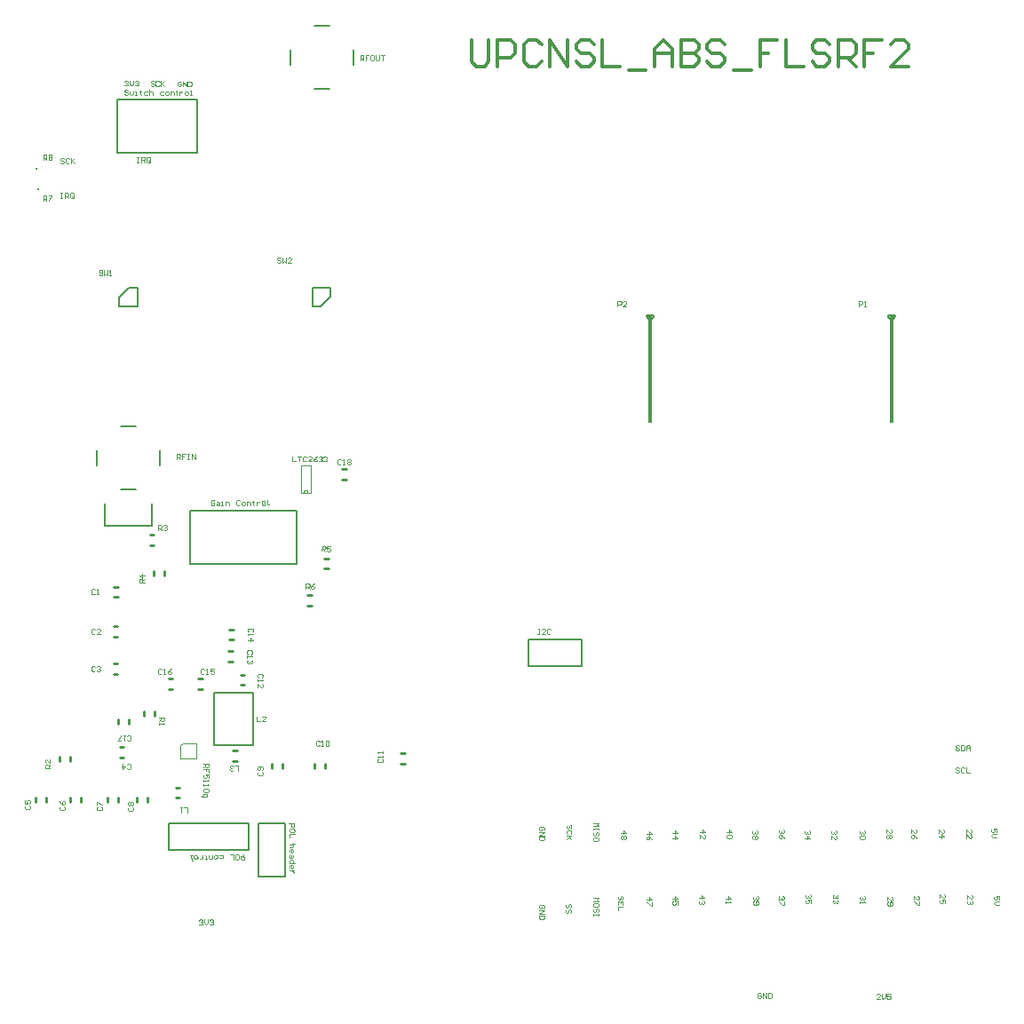
<source format=gto>
%FSDAX23Y23*%
%MOIN*%
%SFA1B1*%

%IPPOS*%
%ADD10C,0.010000*%
%ADD22C,0.007870*%
%ADD38C,0.003940*%
%ADD39C,0.004920*%
%ADD40C,0.011810*%
%LNupcnsl-abs-comms-rfpatest-v1.0-1*%
%LPD*%
G54D10*
X01329Y02078D02*
X01345D01*
X01329Y02118D02*
X01345D01*
X01199Y01606D02*
X01215D01*
X01199Y01645D02*
X01215D01*
X00474Y01676D02*
X00490D01*
X00474Y01637D02*
X00490D01*
X00472Y01529D02*
X00487D01*
X00472Y01490D02*
X00487D01*
X00472Y01387D02*
X00487D01*
X00472Y01348D02*
X00487D01*
X00496Y01036D02*
X00511D01*
X00496Y01075D02*
X00511D01*
X00178Y00869D02*
Y00885D01*
X00218Y00869D02*
Y00885D01*
X00309Y00870D02*
Y00886D01*
X00349Y00870D02*
Y00886D01*
X00450Y00870D02*
Y00886D01*
X00490Y00870D02*
Y00886D01*
X00559Y00870D02*
Y00886D01*
X00599Y00870D02*
Y00886D01*
X01067Y00996D02*
Y01012D01*
X01106Y00996D02*
Y01012D01*
X01226Y00995D02*
Y01011D01*
X01266Y00995D02*
Y01011D01*
X01550Y01011D02*
X01566D01*
X01550Y01051D02*
X01566D01*
X00948Y01307D02*
X00964D01*
X00948Y01346D02*
X00964D01*
X00906Y01477D02*
X00922D01*
X00906Y01516D02*
X00922D01*
X00904Y01436D02*
X00920D01*
X00904Y01396D02*
X00920D01*
X00791Y01332D02*
X00807D01*
X00791Y01293D02*
X00807D01*
X00678Y01292D02*
X00694D01*
X00678Y01331D02*
X00694D01*
X00626Y01193D02*
Y01209D01*
X00586Y01193D02*
Y01209D01*
X00705Y00884D02*
X00721D01*
X00705Y00923D02*
X00721D01*
X00921Y01063D02*
X00937D01*
X00921Y01023D02*
X00937D01*
X00490Y01161D02*
Y01177D01*
X00530Y01161D02*
Y01177D01*
X00309Y01023D02*
Y01039D01*
X00269Y01023D02*
Y01039D01*
X00608Y01833D02*
X00624D01*
X00608Y01872D02*
X00624D01*
X00662Y01718D02*
Y01734D01*
X00622Y01718D02*
Y01734D01*
X01263Y01783D02*
X01279D01*
X01263Y01744D02*
X01279D01*
G54D22*
X03380Y02694D02*
D01*
X03380Y02693*
X03380Y02692*
X03380Y02691*
X03380Y02690*
X03380Y02690*
X03381Y02689*
X03381Y02688*
X03382Y02687*
X03382Y02686*
X03383Y02686*
X03383Y02685*
X03384Y02685*
X03385Y02684*
X03385Y02683*
X03386Y02683*
X03387Y02683*
X03388Y02682*
X03388Y02682*
X03389Y02682*
X03390Y02681*
X03391Y02681*
X03392Y02681*
X03393*
X03394Y02681*
X03394Y02681*
X03395Y02682*
X03396Y02682*
X03397Y02682*
X03398Y02683*
X03398Y02683*
X03399Y02683*
X03400Y02684*
X03401Y02685*
X03401Y02685*
X03402Y02686*
X03402Y02686*
X03403Y02687*
X03403Y02688*
X03404Y02689*
X03404Y02690*
X03404Y02690*
X03404Y02691*
X03405Y02692*
X03405Y02693*
X03405Y02694*
X02474D02*
D01*
X02474Y02693*
X02474Y02692*
X02474Y02691*
X02475Y02690*
X02475Y02690*
X02475Y02689*
X02476Y02688*
X02476Y02687*
X02477Y02686*
X02477Y02686*
X02478Y02685*
X02478Y02685*
X02479Y02684*
X02480Y02683*
X02480Y02683*
X02481Y02683*
X02482Y02682*
X02483Y02682*
X02484Y02682*
X02485Y02681*
X02485Y02681*
X02486Y02681*
X02487*
X02488Y02681*
X02489Y02681*
X02490Y02682*
X02491Y02682*
X02491Y02682*
X02492Y02683*
X02493Y02683*
X02494Y02683*
X02494Y02684*
X02495Y02685*
X02496Y02685*
X02496Y02686*
X02497Y02686*
X02497Y02687*
X02498Y02688*
X02498Y02689*
X02498Y02690*
X02499Y02690*
X02499Y02691*
X02499Y02692*
X02499Y02693*
X02499Y02694*
X02030Y01378D02*
Y01478D01*
X02230*
Y01378D02*
Y01478D01*
X02030Y01378D02*
X02230D01*
X03380Y02694D02*
X03396D01*
X03389D02*
X03405D01*
X03389Y02294D02*
Y02694D01*
Y02294D02*
X03396D01*
Y02694*
X02474D02*
X02490D01*
X02483D02*
X02499D01*
X02483Y02294D02*
Y02694D01*
Y02294D02*
X02490D01*
Y02694*
X00498Y02043D02*
X00556D01*
X00498Y02279D02*
X00556D01*
X00409Y02132D02*
Y02190D01*
X00645Y02132D02*
Y02190D01*
X00438Y01905D02*
X00616D01*
X00438D02*
Y01990D01*
X00616Y01905D02*
Y01990D01*
X01225Y03782D02*
X01284D01*
X01225Y03546D02*
X01284D01*
X01373Y03635D02*
Y03693D01*
X01136Y03635D02*
Y03693D01*
X00758Y01761D02*
Y01961D01*
X01158Y01761D02*
Y01961D01*
X00758Y01761D02*
X01158D01*
X00758Y01961D02*
X01158D01*
X00851Y01083D02*
X00897D01*
X00851D02*
Y01278D01*
X00996*
Y01083D02*
Y01278D01*
X00897Y01083D02*
X00996D01*
X00679Y00688D02*
Y00788D01*
X00979*
Y00688D02*
Y00788D01*
X00679Y00688D02*
X00979D01*
X00493Y02761D02*
X00530Y02798D01*
X00562*
Y02729D02*
Y02798D01*
X00493Y02729D02*
X00562D01*
X00493D02*
Y02761D01*
X01250Y02729D02*
X01287Y02766D01*
X01219Y02729D02*
X01250D01*
X01219D02*
Y02798D01*
X01287*
Y02766D02*
Y02798D01*
X00593Y03306D02*
X00785D01*
X00485D02*
X00785D01*
X00485Y03506D02*
X00785D01*
X00485Y03306D02*
Y03506D01*
X00785Y03306D02*
Y03506D01*
X01116Y00588D02*
Y00788D01*
X01016D02*
X01116D01*
X01016Y00588D02*
Y00788D01*
Y00588D02*
X01116D01*
X00190Y03168D02*
Y03172D01*
X00182Y03245D02*
Y03249D01*
G54D38*
X01200Y02030D02*
D01*
X01200Y02031*
X01200Y02031*
X01200Y02031*
X01200Y02032*
X01200Y02032*
X01200Y02033*
X01200Y02033*
X01200Y02034*
X01200Y02034*
X01200Y02035*
X01199Y02035*
X01199Y02035*
X01199Y02036*
X01199Y02036*
X01198Y02037*
X01198Y02037*
X01198Y02037*
X01197Y02037*
X01197Y02038*
X01196Y02038*
X01196Y02038*
X01195Y02038*
X01195Y02038*
X01195Y02039*
X01194Y02039*
X01194Y02039*
X01193Y02039*
X01193Y02039*
X01192Y02039*
X01192Y02038*
X01191Y02038*
X01191Y02038*
X01191Y02038*
X01190Y02038*
X01190Y02038*
X01189Y02037*
X01189Y02037*
X01189Y02037*
X01188Y02036*
X01188Y02036*
X01188Y02036*
X01188Y02035*
X01187Y02035*
X01187Y02034*
X01187Y02034*
X01187Y02033*
X01187Y02033*
X01187Y02032*
X01187Y02032*
X01187Y02032*
X01187Y02031*
X01187Y02031*
X01187Y02030*
X01187Y02030*
X01175Y02030D02*
Y02132D01*
X01213*
Y02030D02*
Y02132D01*
X01188Y02030D02*
X01213D01*
X01175D02*
X01200D01*
X00783Y01031D02*
Y01090D01*
X00724Y01031D02*
X00783D01*
X00724D02*
Y01081D01*
X00733Y01090*
X00783*
G54D39*
X01327Y02152D02*
X01323Y02155D01*
X01317Y02155*
X01314Y02152*
X01313Y02139*
X01317Y02135*
X01323Y02135*
X01327Y02139*
X01333Y02135D02*
X01340Y02135D01*
X01336Y02135*
X01337Y02155*
X01333Y02152*
X01350Y02152D02*
X01353Y02155D01*
X01359Y02155*
X01363Y02151*
X01363Y02148*
X01359Y02145*
X01363Y02142*
X01363Y02138*
X01359Y02135*
X01353Y02135*
X01350Y02138*
X01350Y02142*
X01353Y02145*
X01350Y02148*
X01350Y02152*
X01353Y02145D02*
X01359Y02145D01*
X02065Y01518D02*
X02071Y01518D01*
X02068Y01518*
X02068Y01498*
X02064Y01499*
X02071Y01498*
X02094Y01498D02*
X02081Y01498D01*
X02094Y01511*
X02094Y01515*
X02091Y01518*
X02084Y01518*
X02081Y01515*
X02114Y01514D02*
X02111Y01518D01*
X02104Y01518*
X02101Y01515*
X02101Y01501*
X02104Y01498*
X02110Y01498*
X02114Y01501*
X03270Y02727D02*
Y02747D01*
X03280*
X03283Y02744*
Y02737*
X03280Y02734*
X03270*
X03290Y02727D02*
X03296D01*
X03293*
Y02747*
X03290Y02744*
X02364Y02727D02*
Y02747D01*
X02374*
X02378Y02744*
Y02737*
X02374Y02734*
X02364*
X02397Y02727D02*
X02384D01*
X02397Y02740*
Y02744*
X02394Y02747*
X02387*
X02384Y02744*
X01143Y02166D02*
Y02147D01*
X01156*
X01163Y02166D02*
X01176D01*
X01169*
Y02147*
X01196Y02163D02*
X01192Y02166D01*
X01186*
X01183Y02163*
Y02150*
X01186Y02147*
X01192*
X01196Y02150*
X01215Y02147D02*
X01202D01*
X01215Y02160*
Y02163*
X01212Y02166*
X01206*
X01202Y02163*
X01235Y02166D02*
X01228Y02163D01*
X01222Y02156*
Y02150*
X01225Y02147*
X01232*
X01235Y02150*
Y02153*
X01232Y02156*
X01222*
X01242Y02163D02*
X01245Y02166D01*
X01251*
X01255Y02163*
Y02160*
X01251Y02156*
X01248*
X01251*
X01255Y02153*
Y02150*
X01251Y02147*
X01245*
X01242Y02150*
X01261Y02163D02*
X01265Y02166D01*
X01271*
X01274Y02163*
Y02160*
X01271Y02156*
X01268*
X01271*
X01274Y02153*
Y02150*
X01271Y02147*
X01265*
X01261Y02150*
X00710Y02154D02*
Y02174D01*
X00720*
X00723Y02170*
Y02164*
X00720Y02161*
X00710*
X00717D02*
X00723Y02154D01*
X00743Y02174D02*
X00730D01*
Y02164*
X00736*
X00730*
Y02154*
X00749Y02174D02*
X00756D01*
X00753*
Y02154*
X00749*
X00756*
X00766D02*
Y02174D01*
X00779Y02154*
Y02174*
X01398Y03652D02*
Y03672D01*
X01408*
X01411Y03668*
Y03662*
X01408Y03659*
X01398*
X01405D02*
X01411Y03652D01*
X01431Y03672D02*
X01418D01*
Y03662*
X01424*
X01418*
Y03652*
X01447Y03672D02*
X01441D01*
X01437Y03668*
Y03655*
X01441Y03652*
X01447*
X01451Y03655*
Y03668*
X01447Y03672*
X01457D02*
Y03655D01*
X01460Y03652*
X01467*
X01470Y03655*
Y03672*
X01477D02*
X01490D01*
X01483*
Y03652*
X00403Y01664D02*
X00400Y01667D01*
X00394*
X00390Y01664*
Y01650*
X00394Y01647*
X00400*
X00403Y01650*
X00410Y01647D02*
X00416D01*
X00413*
Y01667*
X00410Y01664*
X00402Y01515D02*
X00399Y01518D01*
X00393*
X00389Y01515*
Y01502*
X00393Y01499*
X00399*
X00402Y01502*
X00422Y01499D02*
X00409D01*
X00422Y01512*
Y01515*
X00419Y01518*
X00412*
X00409Y01515*
X00404Y01374D02*
X00401Y01377D01*
X00395*
X00391Y01374*
Y01361*
X00395Y01358*
X00401*
X00404Y01361*
X00411Y01374D02*
X00414Y01377D01*
X00421*
X00424Y01374*
Y01371*
X00421Y01368*
X00417*
X00421*
X00424Y01364*
Y01361*
X00421Y01358*
X00414*
X00411Y01361*
X00524Y00995D02*
X00527Y00992D01*
X00534*
X00537Y00995*
Y01008*
X00534Y01011*
X00527*
X00524Y01008*
X00507Y01011D02*
Y00992D01*
X00517Y01001*
X00504*
X00144Y00854D02*
X00140Y00851D01*
Y00844*
X00144Y00841*
X00157*
X00160Y00844*
Y00851*
X00157Y00854*
X00140Y00874D02*
Y00861D01*
X00150*
X00147Y00867*
Y00871*
X00150Y00874*
X00157*
X00160Y00871*
Y00864*
X00157Y00861*
X00273Y00851D02*
X00270Y00848D01*
Y00841*
X00273Y00838*
X00287*
X00290Y00841*
Y00848*
X00287Y00851*
X00270Y00871D02*
X00273Y00864D01*
X00280Y00858*
X00287*
X00290Y00861*
Y00868*
X00287Y00871*
X00283*
X00280Y00868*
Y00858*
X00414Y00850D02*
X00411Y00847D01*
Y00840*
X00414Y00837*
X00427*
X00431Y00840*
Y00847*
X00427Y00850*
X00411Y00857D02*
Y00870D01*
X00414*
X00427Y00857*
X00431*
X00528Y00849D02*
X00525Y00846D01*
Y00839*
X00528Y00836*
X00542*
X00545Y00839*
Y00846*
X00542Y00849*
X00528Y00856D02*
X00525Y00859D01*
Y00866*
X00528Y00869*
X00532*
X00535Y00866*
X00538Y00869*
X00542*
X00545Y00866*
Y00859*
X00542Y00856*
X00538*
X00535Y00859*
X00532Y00856*
X00528*
X00535Y00859D02*
Y00866D01*
X01015Y00981D02*
X01012Y00978D01*
Y00971*
X01015Y00968*
X01029*
X01032Y00971*
Y00978*
X01029Y00981*
Y00988D02*
X01032Y00991D01*
Y00998*
X01029Y01001*
X01015*
X01012Y00998*
Y00991*
X01015Y00988*
X01019*
X01022Y00991*
Y01001*
X01245Y01095D02*
X01241Y01098D01*
X01235*
X01232Y01095*
Y01082*
X01235Y01079*
X01241*
X01245Y01082*
X01251Y01079D02*
X01258D01*
X01255*
Y01098*
X01251Y01095*
X01268D02*
X01271Y01098D01*
X01278*
X01281Y01095*
Y01082*
X01278Y01079*
X01271*
X01268Y01082*
Y01095*
X01466Y01030D02*
X01463Y01027D01*
Y01020*
X01466Y01017*
X01479*
X01483Y01020*
Y01027*
X01479Y01030*
X01483Y01036D02*
Y01043D01*
Y01040*
X01463*
X01466Y01036*
X01483Y01053D02*
Y01059D01*
Y01056*
X01463*
X01466Y01053*
X01030Y01334D02*
X01033Y01337D01*
X01033Y01343*
X01030Y01347*
X01017Y01347*
X01013Y01344*
X01013Y01337*
X01016Y01334*
X01013Y01327D02*
X01013Y01321D01*
X01013Y01324*
X01033Y01324*
X01029Y01327*
X01013Y01298D02*
X01013Y01311D01*
X01026Y01298*
X01029Y01298*
X01032Y01301*
X01032Y01307*
X01029Y01311*
X00988Y01423D02*
X00992Y01427D01*
Y01433*
X00988Y01437*
X00975*
X00972Y01433*
Y01427*
X00975Y01423*
X00972Y01417D02*
Y01410D01*
Y01414*
X00992*
X00988Y01417*
Y01400D02*
X00992Y01397D01*
Y01391*
X00988Y01387*
X00985*
X00982Y01391*
Y01394*
Y01391*
X00979Y01387*
X00975*
X00972Y01391*
Y01397*
X00975Y01400*
X00992Y01507D02*
X00996Y01510D01*
Y01517*
X00992Y01520*
X00979*
X00976Y01517*
Y01510*
X00979Y01507*
X00976Y01500D02*
Y01494D01*
Y01497*
X00996*
X00992Y01500*
X00976Y01474D02*
X00996D01*
X00986Y01484*
Y01471*
X00814Y01366D02*
X00811Y01370D01*
X00804*
X00801Y01366*
Y01353*
X00804Y01350*
X00811*
X00814Y01353*
X00820Y01350D02*
X00827D01*
X00824*
Y01370*
X00820Y01366*
X00850Y01370D02*
X00837D01*
Y01360*
X00843Y01363*
X00847*
X00850Y01360*
Y01353*
X00847Y01350*
X00840*
X00837Y01353*
X00652Y01366D02*
X00649Y01370D01*
X00643*
X00639Y01366*
Y01353*
X00643Y01350*
X00649*
X00652Y01353*
X00659Y01350D02*
X00666D01*
X00662*
Y01370*
X00659Y01366*
X00688Y01370D02*
X00682Y01366D01*
X00675Y01360*
Y01353*
X00679Y01350*
X00685*
X00688Y01353*
Y01356*
X00685Y01360*
X00675*
X00524Y01102D02*
X00527Y01099D01*
X00534*
X00537Y01102*
Y01115*
X00534Y01119*
X00527*
X00524Y01115*
X00517Y01119D02*
X00511D01*
X00514*
Y01099*
X00517Y01102*
X00501Y01099D02*
X00488D01*
Y01102*
X00501Y01115*
Y01119*
X00851Y01998D02*
X00848Y02002D01*
X00841Y02001*
X00838Y01998*
X00838Y01985*
X00841Y01982*
X00848Y01982*
X00851Y01985*
X00851Y01992*
X00845Y01992*
X00861Y01995D02*
X00867Y01995D01*
X00871Y01992*
X00871Y01982*
X00861Y01982*
X00858Y01985*
X00861Y01989*
X00871Y01989*
X00877Y01982D02*
X00884Y01982D01*
X00881Y01982*
X00881Y01995*
X00877Y01995*
X00894Y01982D02*
X00894Y01995D01*
X00904Y01995*
X00907Y01992*
X00907Y01982*
X00946Y01999D02*
X00943Y02002D01*
X00936Y02002*
X00933Y01999*
X00933Y01986*
X00936Y01983*
X00943Y01983*
X00946Y01986*
X00956Y01983D02*
X00963Y01983D01*
X00966Y01986*
X00966Y01993*
X00963Y01996*
X00956Y01996*
X00953Y01993*
X00953Y01986*
X00956Y01983*
X00973Y01983D02*
X00972Y01996D01*
X00982Y01996*
X00986Y01993*
X00986Y01983*
X00995Y01999D02*
X00995Y01996D01*
X00992Y01996*
X00999Y01996*
X00995Y01996*
X00995Y01986*
X00999Y01983*
X01009Y01996D02*
X01009Y01983D01*
X01009Y01990*
X01012Y01993*
X01015Y01996*
X01018Y01996*
X01032Y01983D02*
X01038Y01983D01*
X01041Y01987*
X01041Y01993*
X01038Y01997*
X01031Y01997*
X01028Y01993*
X01028Y01987*
X01032Y01983*
X01048Y01984D02*
X01055Y01984D01*
X01051Y01984*
X01051Y02003*
X01048Y02003*
X00749Y00829D02*
Y00849D01*
X00736*
X00729D02*
X00722D01*
X00726*
Y00829*
X00729Y00832*
X01011Y01190D02*
Y01171D01*
X01024*
X01044D02*
X01031D01*
X01044Y01184*
Y01187*
X01041Y01190*
X01034*
X01031Y01187*
X00941Y00985D02*
Y01004D01*
X00928*
X00922Y00988D02*
X00918Y00985D01*
X00912*
X00909Y00988*
Y00991*
X00912Y00995*
X00915*
X00912*
X00909Y00998*
Y01001*
X00912Y01004*
X00918*
X00922Y01001*
X00961Y00672D02*
X00962Y00652D01*
X00952Y00652*
X00948Y00655*
X00948Y00662*
X00951Y00665*
X00961Y00665*
X00932Y00651D02*
X00939Y00652D01*
X00942Y00655*
X00942Y00668*
X00938Y00671*
X00932Y00671*
X00928Y00668*
X00929Y00655*
X00932Y00651*
X00922Y00651D02*
X00922Y00671D01*
X00909Y00671*
X00870Y00657D02*
X00879Y00657D01*
X00883Y00660*
X00882Y00667*
X00879Y00670*
X00869Y00670*
X00859Y00670D02*
X00853Y00670D01*
X00850Y00666*
X00850Y00660*
X00853Y00656*
X00860Y00657*
X00863Y00660*
X00863Y00667*
X00859Y00670*
X00843Y00669D02*
X00843Y00656D01*
X00833Y00656*
X00830Y00659*
X00830Y00669*
X00820Y00653D02*
X00820Y00656D01*
X00824Y00656*
X00817Y00656*
X00820Y00656*
X00820Y00666*
X00817Y00669*
X00807Y00656D02*
X00807Y00669D01*
X00807Y00662*
X00804Y00659*
X00801Y00655*
X00797Y00655*
X00784Y00668D02*
X00777Y00668D01*
X00774Y00665*
X00774Y00658*
X00778Y00655*
X00784Y00655*
X00788Y00658*
X00787Y00665*
X00784Y00668*
X00768Y00668D02*
X00761Y00668D01*
X00764Y00668*
X00765Y00648*
X00768Y00648*
X00642Y01186D02*
X00662D01*
Y01176*
X00659Y01172*
X00652*
X00649Y01176*
Y01186*
Y01179D02*
X00642Y01172D01*
Y01166D02*
Y01159D01*
Y01163*
X00662*
X00659Y01166*
X00234Y00996D02*
X00215D01*
Y01005*
X00218Y01009*
X00225*
X00228Y01005*
Y00996*
Y01002D02*
X00234Y01009D01*
Y01028D02*
Y01015D01*
X00221Y01028*
X00218*
X00215Y01025*
Y01018*
X00218Y01015*
X00641Y01888D02*
Y01908D01*
X00651*
X00654Y01905*
Y01898*
X00651Y01895*
X00641*
X00648D02*
X00654Y01888D01*
X00661Y01905D02*
X00664Y01908D01*
X00671*
X00674Y01905*
Y01901*
X00671Y01898*
X00667*
X00671*
X00674Y01895*
Y01892*
X00671Y01888*
X00664*
X00661Y01892*
X00588Y01691D02*
X00568D01*
Y01701*
X00571Y01704*
X00578*
X00581Y01701*
Y01691*
Y01697D02*
X00588Y01704D01*
Y01720D02*
X00568D01*
X00578Y01710*
Y01724*
X00811Y01011D02*
X00830D01*
Y01001*
X00827Y00998*
X00820*
X00817Y01001*
Y01011*
Y01005D02*
X00811Y00998D01*
X00830Y00979D02*
Y00992D01*
X00820*
Y00985*
Y00992*
X00811*
X00830Y00959D02*
Y00972D01*
X00820*
X00824Y00965*
Y00962*
X00820Y00959*
X00814*
X00811Y00962*
Y00969*
X00814Y00972*
X00811Y00952D02*
Y00946D01*
Y00949*
X00830*
X00827Y00952*
X00811Y00936D02*
Y00929D01*
Y00933*
X00830*
X00827Y00936*
Y00919D02*
X00830Y00916D01*
Y00910*
X00827Y00906*
X00814*
X00811Y00910*
Y00916*
X00814Y00919*
X00827*
X00804Y00893D02*
Y00890D01*
X00807Y00887*
X00824*
Y00897*
X00820Y00900*
X00814*
X00811Y00897*
Y00887*
X00431Y02860D02*
X00428Y02864D01*
X00421*
X00418Y02860*
Y02857*
X00421Y02854*
X00428*
X00431Y02851*
Y02847*
X00428Y02844*
X00421*
X00418Y02847*
X00437Y02864D02*
Y02844D01*
X00444Y02851*
X00451Y02844*
Y02864*
X00457Y02844D02*
X00464D01*
X00460*
Y02864*
X00457Y02860*
X01099Y02909D02*
X01096Y02912D01*
X01089*
X01086Y02909*
Y02905*
X01089Y02902*
X01096*
X01099Y02899*
Y02896*
X01096Y02892*
X01089*
X01086Y02896*
X01106Y02912D02*
Y02892D01*
X01112Y02899*
X01119Y02892*
Y02912*
X01139Y02892D02*
X01125D01*
X01139Y02905*
Y02909*
X01135Y02912*
X01129*
X01125Y02909*
X00527Y03538D02*
X00524Y03542D01*
X00518Y03542*
X00514Y03539*
X00514Y03535*
X00518Y03532*
X00524Y03532*
X00527Y03529*
X00527Y03525*
X00524Y03522*
X00518Y03522*
X00514Y03525*
X00534Y03535D02*
X00534Y03525D01*
X00537Y03522*
X00541Y03525*
X00544Y03522*
X00547Y03525*
X00547Y03535*
X00554Y03522D02*
X00560Y03522D01*
X00557Y03522*
X00557Y03535*
X00554Y03535*
X00573Y03538D02*
X00573Y03535D01*
X00570Y03535*
X00577Y03535*
X00573Y03535*
X00573Y03525*
X00577Y03522*
X00600Y03535D02*
X00590Y03535D01*
X00586Y03532*
X00586Y03525*
X00590Y03522*
X00600Y03522*
X00606Y03541D02*
X00606Y03522D01*
X00606Y03531*
X00609Y03535*
X00616Y03535*
X00619Y03531*
X00619Y03522*
X00659Y03534D02*
X00649Y03534D01*
X00646Y03531*
X00645Y03525*
X00649Y03521*
X00659Y03521*
X00668Y03521D02*
X00675Y03521D01*
X00678Y03524*
X00678Y03531*
X00675Y03534*
X00668Y03534*
X00665Y03531*
X00665Y03525*
X00668Y03521*
X00685Y03521D02*
X00685Y03534D01*
X00695Y03534*
X00698Y03531*
X00698Y03521*
X00708Y03537D02*
X00708Y03534D01*
X00705Y03534*
X00711Y03534*
X00708Y03534*
X00708Y03524*
X00711Y03521*
X00721Y03534D02*
X00721Y03521D01*
X00721Y03527*
X00724Y03531*
X00728Y03534*
X00731Y03534*
X00744Y03521D02*
X00750Y03521D01*
X00754Y03524*
X00754Y03531*
X00750Y03534*
X00744Y03534*
X00741Y03531*
X00741Y03524*
X00744Y03521*
X00760Y03521D02*
X00767Y03521D01*
X00764Y03521*
X00764Y03540*
X00760Y03540*
X01131Y00789D02*
X01151Y00789D01*
X01151Y00779*
X01148Y00776*
X01141Y00776*
X01138Y00779*
X01138Y00789*
X01152Y00760D02*
X01151Y00766D01*
X01148Y00769*
X01135Y00769*
X01132Y00766*
X01132Y00759*
X01135Y00756*
X01148Y00756*
X01152Y00760*
X01152Y00750D02*
X01132Y00750D01*
X01132Y00736*
X01152Y00711D02*
X01133Y00710D01*
X01143Y00710*
X01146Y00707*
X01146Y00701*
X01143Y00697*
X01133Y00697*
X01133Y00681D02*
X01133Y00687D01*
X01136Y00691*
X01143Y00691*
X01146Y00687*
X01146Y00681*
X01143Y00678*
X01140Y00677*
X01140Y00691*
X01147Y00668D02*
X01147Y00661D01*
X01143Y00658*
X01134Y00658*
X01133Y00668*
X01137Y00671*
X01140Y00668*
X01140Y00658*
X01154Y00638D02*
X01134Y00638D01*
X01134Y00648*
X01137Y00651*
X01144Y00651*
X01147Y00648*
X01147Y00638*
X01134Y00622D02*
X01134Y00628D01*
X01137Y00632*
X01144Y00632*
X01147Y00628*
X01147Y00622*
X01144Y00619*
X01141Y00618*
X01141Y00632*
X01148Y00612D02*
X01134Y00612D01*
X01141Y00612*
X01144Y00609*
X01148Y00605*
X01148Y00602*
X01253Y01811D02*
X01255Y01830D01*
X01264Y01830*
X01268Y01826*
X01267Y01820*
X01264Y01816*
X01254Y01817*
X01260Y01817D02*
X01267Y01810D01*
X01287Y01828D02*
X01274Y01829D01*
X01274Y01819*
X01280Y01822*
X01284Y01822*
X01287Y01818*
X01286Y01812*
X01283Y01809*
X01276Y01809*
X01273Y01813*
X01194Y01669D02*
Y01688D01*
X01204*
X01208Y01685*
Y01679*
X01204Y01675*
X01194*
X01201D02*
X01208Y01669D01*
X01227Y01688D02*
X01221Y01685D01*
X01214Y01679*
Y01672*
X01217Y01669*
X01224*
X01227Y01672*
Y01675*
X01224Y01679*
X01214*
X00208Y03125D02*
Y03144D01*
X00218*
X00221Y03141*
Y03134*
X00218Y03131*
X00208*
X00215D02*
X00221Y03125D01*
X00228Y03144D02*
X00241D01*
Y03141*
X00228Y03128*
Y03125*
X00208Y03279D02*
Y03299D01*
X00218*
X00221Y03295*
Y03289*
X00218Y03286*
X00208*
X00215D02*
X00221Y03279D01*
X00228Y03295D02*
X00231Y03299D01*
X00238*
X00241Y03295*
Y03292*
X00238Y03289*
X00241Y03286*
Y03282*
X00238Y03279*
X00231*
X00228Y03282*
Y03286*
X00231Y03289*
X00228Y03292*
Y03295*
X00231Y03289D02*
X00238D01*
X03646Y01080D02*
X03643Y01083D01*
X03637*
X03633Y01080*
Y01077*
X03637Y01073*
X03643*
X03646Y01070*
Y01067*
X03643Y01063*
X03637*
X03633Y01067*
X03653Y01083D02*
Y01063D01*
X03663*
X03666Y01067*
Y01080*
X03663Y01083*
X03653*
X03673Y01063D02*
Y01077D01*
X03679Y01083*
X03686Y01077*
Y01063*
Y01073*
X03673*
X03646Y00994D02*
X03643Y00998D01*
X03637*
X03633Y00994*
Y00991*
X03637Y00988*
X03643*
X03646Y00984*
Y00981*
X03643Y00978*
X03637*
X03633Y00981*
X03666Y00994D02*
X03663Y00998D01*
X03656*
X03653Y00994*
Y00981*
X03656Y00978*
X03663*
X03666Y00981*
X03673Y00998D02*
Y00978D01*
X03686*
X00725Y03570D02*
X00722Y03573D01*
X00715*
X00712Y03570*
Y03557*
X00715Y03554*
X00722*
X00725Y03557*
Y03563*
X00719*
X00732Y03554D02*
Y03573D01*
X00745Y03554*
Y03573*
X00751D02*
Y03554D01*
X00761*
X00765Y03557*
Y03570*
X00761Y03573*
X00751*
X00514Y03573D02*
X00518Y03576D01*
X00524*
X00527Y03573*
Y03570*
X00524Y03566*
X00521*
X00524*
X00527Y03563*
Y03560*
X00524Y03557*
X00518*
X00514Y03560*
X00534Y03576D02*
Y03563D01*
X00541Y03557*
X00547Y03563*
Y03576*
X00554Y03573D02*
X00557Y03576D01*
X00563*
X00567Y03573*
Y03570*
X00563Y03566*
X00560*
X00563*
X00567Y03563*
Y03560*
X00563Y03557*
X00557*
X00554Y03560*
X00560Y03290D02*
X00566D01*
X00563*
Y03270*
X00560*
X00566*
X00576D02*
Y03290D01*
X00586*
X00589Y03287*
Y03280*
X00586Y03277*
X00576*
X00583D02*
X00589Y03270D01*
X00609Y03273D02*
Y03287D01*
X00605Y03290*
X00599*
X00596Y03287*
Y03273*
X00599Y03270*
X00605*
X00602Y03277D02*
X00609Y03270D01*
X00605D02*
X00609Y03273D01*
X00625Y03572D02*
X00622Y03575D01*
X00615*
X00612Y03572*
Y03569*
X00615Y03565*
X00622*
X00625Y03562*
Y03559*
X00622Y03556*
X00615*
X00612Y03559*
X00645Y03572D02*
X00641Y03575D01*
X00635*
X00631Y03572*
Y03559*
X00635Y03556*
X00641*
X00645Y03559*
X00651Y03575D02*
Y03556D01*
Y03562*
X00664Y03575*
X00654Y03565*
X00664Y03556*
X03787Y00755D02*
Y00768D01*
X03777*
X03780Y00762*
Y00758*
X03777Y00755*
X03771*
X03767Y00758*
Y00765*
X03771Y00768*
X03787Y00749D02*
X03774D01*
X03767Y00742*
X03774Y00735*
X03787*
X03795Y00501D02*
Y00514D01*
X03785*
X03788Y00508*
Y00504*
X03785Y00501*
X03778*
X03775Y00504*
Y00511*
X03778Y00514*
X03795Y00495D02*
X03782D01*
X03775Y00488*
X03782Y00481*
X03795*
X03673Y00753D02*
Y00766D01*
X03686Y00753*
X03689*
X03692Y00756*
Y00763*
X03689Y00766*
X03673Y00733D02*
Y00747D01*
X03686Y00733*
X03689*
X03692Y00737*
Y00743*
X03689Y00747*
X03677Y00504D02*
Y00517D01*
X03690Y00504*
X03693*
X03696Y00507*
Y00514*
X03693Y00517*
Y00498D02*
X03696Y00494D01*
Y00488*
X03693Y00484*
X03690*
X03687Y00488*
Y00491*
Y00488*
X03683Y00484*
X03680*
X03677Y00488*
Y00494*
X03680Y00498*
X03569Y00753D02*
Y00766D01*
X03583Y00753*
X03586*
X03589Y00756*
Y00763*
X03586Y00766*
X03569Y00737D02*
X03589D01*
X03579Y00747*
Y00733*
X03573Y00508D02*
Y00521D01*
X03586Y00508*
X03590*
X03593Y00511*
Y00518*
X03590Y00521*
X03593Y00488D02*
Y00501D01*
X03583*
X03586Y00495*
Y00492*
X03583Y00488*
X03577*
X03573Y00492*
Y00498*
X03577Y00501*
X03466Y00751D02*
Y00764D01*
X03479Y00751*
X03482*
X03486Y00754*
Y00761*
X03482Y00764*
X03486Y00731D02*
X03482Y00738D01*
X03476Y00745*
X03469*
X03466Y00741*
Y00735*
X03469Y00731*
X03473*
X03476Y00735*
Y00745*
X03475Y00502D02*
Y00515D01*
X03488Y00502*
X03491*
X03495Y00505*
Y00512*
X03491Y00515*
X03495Y00496D02*
Y00482D01*
X03491*
X03478Y00496*
X03475*
X03373Y00751D02*
Y00764D01*
X03386Y00751*
X03389*
X03392Y00754*
Y00761*
X03389Y00764*
Y00745D02*
X03392Y00741D01*
Y00735*
X03389Y00731*
X03386*
X03382Y00735*
X03379Y00731*
X03376*
X03373Y00735*
Y00741*
X03376Y00745*
X03379*
X03382Y00741*
X03386Y00745*
X03389*
X03382Y00741D02*
Y00735D01*
X03376Y00500D02*
Y00513D01*
X03390Y00500*
X03393*
X03396Y00503*
Y00510*
X03393Y00513*
X03380Y00494D02*
X03376Y00490D01*
Y00484*
X03380Y00480*
X03393*
X03396Y00484*
Y00490*
X03393Y00494*
X03390*
X03386Y00490*
Y00480*
X03289Y00761D02*
X03292Y00758D01*
Y00751*
X03289Y00748*
X03285*
X03282Y00751*
Y00755*
Y00751*
X03279Y00748*
X03275*
X03272Y00751*
Y00758*
X03275Y00761*
X03289Y00742D02*
X03292Y00738D01*
Y00732*
X03289Y00729*
X03275*
X03272Y00732*
Y00738*
X03275Y00742*
X03289*
Y00515D02*
X03292Y00512D01*
Y00505*
X03289Y00502*
X03285*
X03282Y00505*
Y00509*
Y00505*
X03279Y00502*
X03275*
X03272Y00505*
Y00512*
X03275Y00515*
X03272Y00496D02*
Y00489D01*
Y00492*
X03292*
X03289Y00496*
X03182Y00762D02*
X03186Y00759D01*
Y00752*
X03182Y00749*
X03179*
X03176Y00752*
Y00756*
Y00752*
X03172Y00749*
X03169*
X03166Y00752*
Y00759*
X03169Y00762*
X03166Y00730D02*
Y00743D01*
X03179Y00730*
X03182*
X03186Y00733*
Y00739*
X03182Y00743*
X03188Y00520D02*
X03191Y00517D01*
Y00510*
X03188Y00507*
X03185*
X03182Y00510*
Y00514*
Y00510*
X03178Y00507*
X03175*
X03172Y00510*
Y00517*
X03175Y00520*
X03188Y00500D02*
X03191Y00497D01*
Y00491*
X03188Y00487*
X03185*
X03182Y00491*
Y00494*
Y00491*
X03178Y00487*
X03175*
X03172Y00491*
Y00497*
X03175Y00500*
X03084Y00761D02*
X03087Y00758D01*
Y00751*
X03084Y00748*
X03081*
X03077Y00751*
Y00755*
Y00751*
X03074Y00748*
X03071*
X03067Y00751*
Y00758*
X03071Y00761*
X03067Y00732D02*
X03087D01*
X03077Y00742*
Y00729*
X03087Y00521D02*
X03090Y00518D01*
Y00511*
X03087Y00508*
X03083*
X03080Y00511*
Y00515*
Y00511*
X03077Y00508*
X03074*
X03070Y00511*
Y00518*
X03074Y00521*
X03090Y00488D02*
Y00501D01*
X03080*
X03083Y00495*
Y00492*
X03080Y00488*
X03074*
X03070Y00492*
Y00498*
X03074Y00501*
X02987Y00764D02*
X02991Y00761D01*
Y00754*
X02987Y00751*
X02984*
X02981Y00754*
Y00758*
Y00754*
X02978Y00751*
X02974*
X02971Y00754*
Y00761*
X02974Y00764*
X02991Y00731D02*
X02987Y00738D01*
X02981Y00745*
X02974*
X02971Y00741*
Y00735*
X02974Y00731*
X02978*
X02981Y00735*
Y00745*
X02984Y00514D02*
X02988Y00511D01*
Y00504*
X02984Y00501*
X02981*
X02978Y00504*
Y00508*
Y00504*
X02975Y00501*
X02971*
X02968Y00504*
Y00511*
X02971Y00514*
X02988Y00495D02*
Y00481D01*
X02984*
X02971Y00495*
X02968*
X02886Y00761D02*
X02889Y00758D01*
Y00751*
X02886Y00748*
X02883*
X02879Y00751*
Y00755*
Y00751*
X02876Y00748*
X02873*
X02870Y00751*
Y00758*
X02873Y00761*
X02886Y00742D02*
X02889Y00738D01*
Y00732*
X02886Y00729*
X02883*
X02879Y00732*
X02876Y00729*
X02873*
X02870Y00732*
Y00738*
X02873Y00742*
X02876*
X02879Y00738*
X02883Y00742*
X02886*
X02879Y00738D02*
Y00732D01*
X02890Y00516D02*
X02893Y00513D01*
Y00506*
X02890Y00503*
X02887*
X02883Y00506*
Y00510*
Y00506*
X02880Y00503*
X02877*
X02874Y00506*
Y00513*
X02877Y00516*
Y00497D02*
X02874Y00493D01*
Y00487*
X02877Y00483*
X02890*
X02893Y00487*
Y00493*
X02890Y00497*
X02887*
X02883Y00493*
Y00483*
X02772Y00754D02*
X02792D01*
X02782Y00764*
Y00751*
X02789Y00745D02*
X02792Y00741D01*
Y00735*
X02789Y00731*
X02775*
X02772Y00735*
Y00741*
X02775Y00745*
X02789*
X02770Y00505D02*
X02790D01*
X02780Y00515*
Y00502*
X02770Y00496D02*
Y00489D01*
Y00492*
X02790*
X02787Y00496*
X02673Y00754D02*
X02692D01*
X02683Y00764*
Y00751*
X02673Y00731D02*
Y00745D01*
X02686Y00731*
X02689*
X02692Y00735*
Y00741*
X02689Y00745*
X02670Y00508D02*
X02689D01*
X02680Y00518*
Y00505*
X02686Y00499D02*
X02689Y00495D01*
Y00489*
X02686Y00485*
X02683*
X02680Y00489*
Y00492*
Y00489*
X02676Y00485*
X02673*
X02670Y00489*
Y00495*
X02673Y00499*
X02570Y00751D02*
X02590D01*
X02580Y00761*
Y00748*
X02570Y00732D02*
X02590D01*
X02580Y00742*
Y00729*
X02568Y00506D02*
X02588D01*
X02578Y00516*
Y00503*
X02588Y00483D02*
Y00497D01*
X02578*
X02582Y00490*
Y00487*
X02578Y00483*
X02572*
X02568Y00487*
Y00493*
X02572Y00497*
X02473Y00750D02*
X02493D01*
X02483Y00759*
Y00746*
X02493Y00727D02*
X02489Y00733D01*
X02483Y00740*
X02476*
X02473Y00736*
Y00730*
X02476Y00727*
X02479*
X02483Y00730*
Y00740*
X02472Y00502D02*
X02492D01*
X02482Y00512*
Y00499*
X02492Y00493D02*
Y00480D01*
X02488*
X02475Y00493*
X02472*
X02375Y00751D02*
X02395D01*
X02385Y00761*
Y00748*
X02392Y00742D02*
X02395Y00738D01*
Y00732*
X02392Y00729*
X02389*
X02385Y00732*
X02382Y00729*
X02379*
X02375Y00732*
Y00738*
X02379Y00742*
X02382*
X02385Y00738*
X02389Y00742*
X02392*
X02385Y00738D02*
Y00732D01*
X02381Y00502D02*
X02384Y00505D01*
Y00512*
X02381Y00515*
X02378*
X02375Y00512*
Y00505*
X02371Y00502*
X02368*
X02365Y00505*
Y00512*
X02368Y00515*
X02384Y00482D02*
Y00496D01*
X02365*
Y00482*
X02375Y00496D02*
Y00489D01*
X02384Y00476D02*
X02365D01*
Y00463*
X02273Y00790D02*
X02293D01*
X02286Y00783*
X02293Y00777*
X02273*
X02293Y00770D02*
Y00764D01*
Y00767*
X02273*
Y00770*
Y00764*
X02290Y00741D02*
X02293Y00744D01*
Y00751*
X02290Y00754*
X02286*
X02283Y00751*
Y00744*
X02280Y00741*
X02276*
X02273Y00744*
Y00751*
X02276Y00754*
X02293Y00724D02*
Y00731D01*
X02290Y00734*
X02276*
X02273Y00731*
Y00724*
X02276Y00721*
X02290*
X02293Y00724*
X02274Y00507D02*
X02294D01*
X02287Y00501*
X02294Y00494*
X02274*
X02294Y00478D02*
Y00484D01*
X02291Y00488*
X02277*
X02274Y00484*
Y00478*
X02277Y00475*
X02291*
X02294Y00478*
X02291Y00455D02*
X02294Y00458D01*
Y00465*
X02291Y00468*
X02287*
X02284Y00465*
Y00458*
X02281Y00455*
X02277*
X02274Y00458*
Y00465*
X02277Y00468*
X02294Y00448D02*
Y00442D01*
Y00445*
X02274*
Y00448*
Y00442*
X02188Y00769D02*
X02191Y00772D01*
Y00779*
X02188Y00782*
X02185*
X02182Y00779*
Y00772*
X02178Y00769*
X02175*
X02172Y00772*
Y00779*
X02175Y00782*
X02188Y00749D02*
X02191Y00752D01*
Y00759*
X02188Y00762*
X02175*
X02172Y00759*
Y00752*
X02175Y00749*
X02191Y00743D02*
X02172D01*
X02178*
X02191Y00730*
X02182Y00739*
X02172Y00730*
X02186Y00473D02*
X02189Y00476D01*
Y00482*
X02186Y00486*
X02183*
X02180Y00482*
Y00476*
X02176Y00473*
X02173*
X02170Y00476*
Y00482*
X02173Y00486*
X02186Y00453D02*
X02189Y00456D01*
Y00463*
X02186Y00466*
X02183*
X02180Y00463*
Y00456*
X02176Y00453*
X02173*
X02170Y00456*
Y00463*
X02173Y00466*
X02086Y00763D02*
X02089Y00766D01*
Y00773*
X02086Y00776*
X02073*
X02069Y00773*
Y00766*
X02073Y00763*
X02079*
Y00770*
X02069Y00756D02*
X02089D01*
X02069Y00743*
X02089*
Y00737D02*
X02069D01*
Y00727*
X02073Y00724*
X02086*
X02089Y00727*
Y00737*
X02085Y00470D02*
X02088Y00473D01*
Y00479*
X02085Y00483*
X02072*
X02068Y00479*
Y00473*
X02072Y00470*
X02078*
Y00476*
X02068Y00463D02*
X02088D01*
X02068Y00450*
X02088*
Y00443D02*
X02068D01*
Y00434*
X02072Y00430*
X02085*
X02088Y00434*
Y00443*
X02903Y00149D02*
X02900Y00152D01*
X02894*
X02890Y00149*
Y00136*
X02894Y00132*
X02900*
X02903Y00136*
Y00142*
X02897*
X02910Y00132D02*
Y00152D01*
X02923Y00132*
Y00152*
X02930D02*
Y00132D01*
X02939*
X02943Y00136*
Y00149*
X02939Y00152*
X02930*
X03348Y00129D02*
X03335D01*
X03348Y00143*
Y00146*
X03345Y00149*
X03338*
X03335Y00146*
X03355Y00149D02*
Y00136D01*
X03361Y00129*
X03368Y00136*
Y00149*
X03388D02*
X03374D01*
Y00139*
X03381Y00143*
X03384*
X03388Y00139*
Y00133*
X03384Y00129*
X03378*
X03374Y00133*
X00794Y00423D02*
X00797Y00427D01*
X00804*
X00807Y00423*
Y00420*
X00804Y00417*
X00800*
X00804*
X00807Y00414*
Y00410*
X00804Y00407*
X00797*
X00794Y00410*
X00813Y00427D02*
Y00414D01*
X00820Y00407*
X00827Y00414*
Y00427*
X00833Y00423D02*
X00836Y00427D01*
X00843*
X00846Y00423*
Y00420*
X00843Y00417*
X00840*
X00843*
X00846Y00414*
Y00410*
X00843Y00407*
X00836*
X00833Y00410*
X00287Y03283D02*
X00284Y03286D01*
X00277*
X00274Y03283*
Y03279*
X00277Y03276*
X00284*
X00287Y03273*
Y03270*
X00284Y03266*
X00277*
X00274Y03270*
X00307Y03283D02*
X00304Y03286D01*
X00297*
X00294Y03283*
Y03270*
X00297Y03266*
X00304*
X00307Y03270*
X00313Y03286D02*
Y03266D01*
Y03273*
X00327Y03286*
X00317Y03276*
X00327Y03266*
X00274Y03155D02*
X00281D01*
X00277*
Y03135*
X00274*
X00281*
X00291D02*
Y03155D01*
X00300*
X00304Y03152*
Y03145*
X00300Y03142*
X00291*
X00297D02*
X00304Y03135D01*
X00323Y03139D02*
Y03152D01*
X00320Y03155*
X00313*
X00310Y03152*
Y03139*
X00313Y03135*
X00320*
X00317Y03142D02*
X00323Y03135D01*
X00320D02*
X00323Y03139D01*
G54D40*
X01815Y03729D02*
Y03647D01*
X01832Y03630*
X01865*
X01881Y03647*
Y03729*
X01914Y03630D02*
Y03729D01*
X01963*
X01979Y03712*
Y03680*
X01963Y03663*
X01914*
X02078Y03712D02*
X02061Y03729D01*
X02029*
X02012Y03712*
Y03647*
X02029Y03630*
X02061*
X02078Y03647*
X02111Y03630D02*
Y03729D01*
X02176Y03630*
Y03729*
X02275Y03712D02*
X02258Y03729D01*
X02225*
X02209Y03712*
Y03696*
X02225Y03680*
X02258*
X02275Y03663*
Y03647*
X02258Y03630*
X02225*
X02209Y03647*
X02307Y03729D02*
Y03630D01*
X02373*
X02406Y03614D02*
X02471D01*
X02504Y03630D02*
Y03696D01*
X02537Y03729*
X02570Y03696*
Y03630*
Y03680*
X02504*
X02603Y03729D02*
Y03630D01*
X02652*
X02668Y03647*
Y03663*
X02652Y03680*
X02603*
X02652*
X02668Y03696*
Y03712*
X02652Y03729*
X02603*
X02767Y03712D02*
X02750Y03729D01*
X02717*
X02701Y03712*
Y03696*
X02717Y03680*
X02750*
X02767Y03663*
Y03647*
X02750Y03630*
X02717*
X02701Y03647*
X02799Y03614D02*
X02865D01*
X02963Y03729D02*
X02898D01*
Y03680*
X02931*
X02898*
Y03630*
X02996Y03729D02*
Y03630D01*
X03062*
X03160Y03712D02*
X03144Y03729D01*
X03111*
X03095Y03712*
Y03696*
X03111Y03680*
X03144*
X03160Y03663*
Y03647*
X03144Y03630*
X03111*
X03095Y03647*
X03193Y03630D02*
Y03729D01*
X03242*
X03259Y03712*
Y03680*
X03242Y03663*
X03193*
X03226D02*
X03259Y03630D01*
X03357Y03729D02*
X03291D01*
Y03680*
X03324*
X03291*
Y03630*
X03455D02*
X03390D01*
X03455Y03696*
Y03712*
X03439Y03729*
X03406*
X03390Y03712*
M02*
</source>
